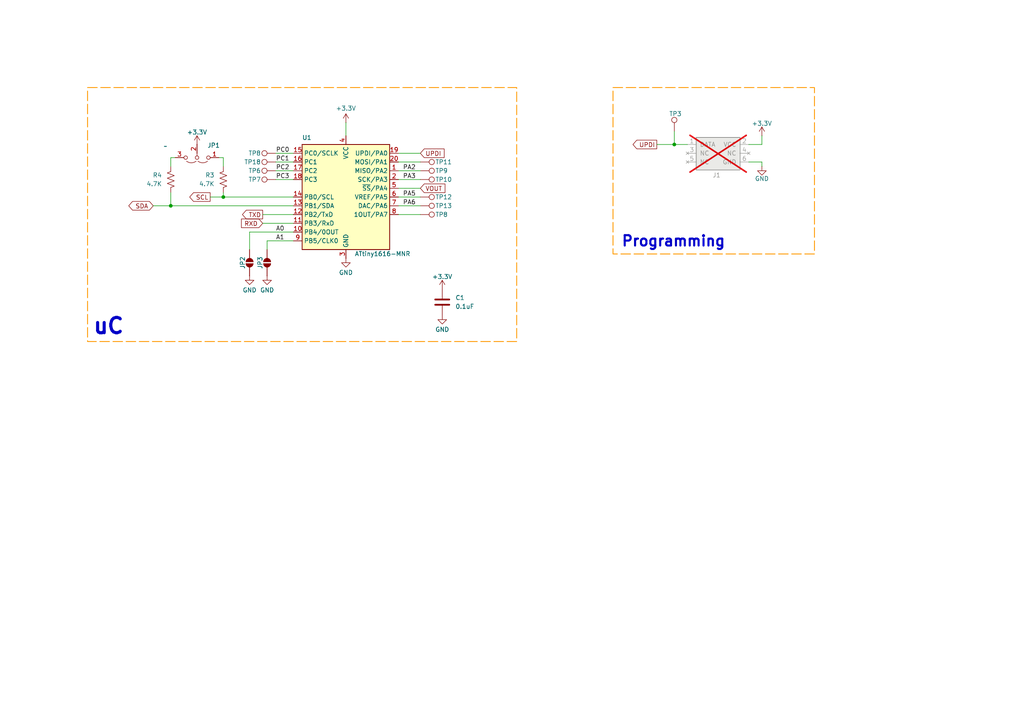
<source format=kicad_sch>
(kicad_sch (version 20250114) (generator "eeschema") (generator_version "9.0")
  (paper "A4")
  (title_block (title "Current Sensor") (date "<<release-date>>") (rev "<<tag>>") (comment 1 "<<hash>>"))
  (lib_symbols
    (symbol "CRG Makes:ATtiny1616-MNR"
      (property "Reference" "U" (at -12.7 21.59 0))
      (property "Value" "ATtiny1616-MNR" (at 2.54 -10.668 0))
      (symbol "ATtiny1616-MNR_0_1"
        (rectangle (start -12.7 20.32) (end 12.7 -10.16) (stroke (width 0.254)) (fill (type background)))
      )
      (symbol "ATtiny1616-MNR_1_1"
        (pin bidirectional line (at -15.24 17.78 0) (length 2.54) (name "PC0/SCLK") (number "15"))
        (pin bidirectional line (at -15.24 15.24 0) (length 2.54) (name "PC1") (number "16"))
        (pin bidirectional line (at -15.24 12.7 0) (length 2.54) (name "PC2") (number "17"))
        (pin bidirectional line (at -15.24 10.16 0) (length 2.54) (name "PC3") (number "18"))
        (pin bidirectional line (at -15.24 5.08 0) (length 2.54) (name "PB0/SCL") (number "14"))
        (pin bidirectional line (at -15.24 2.54 0) (length 2.54) (name "PB1/SDA") (number "13"))
        (pin bidirectional line (at -15.24 0 0) (length 2.54) (name "PB2/TxD") (number "12"))
        (pin bidirectional line (at -15.24 -2.54 0) (length 2.54) (name "PB3/RxD") (number "11"))
        (pin bidirectional line (at -15.24 -5.08 0) (length 2.54) (name "PB4/0OUT") (number "10"))
        (pin bidirectional line (at -15.24 -7.62 0) (length 2.54) (name "PB5/CLK0") (number "9"))
        (pin power_in line (at 0 22.86 270) (length 2.54) (name "VCC") (number "4"))
        (pin passive line (at 0 -12.7 90) (length 2.54) (hide yes) (name "GND") (number "21"))
        (pin power_in line (at 0 -12.7 90) (length 2.54) (name "GND") (number "3"))
        (pin bidirectional line (at 15.24 17.78 180) (length 2.54) (name "UPDI/PA0") (number "19"))
        (pin bidirectional line (at 15.24 15.24 180) (length 2.54) (name "MOSI/PA1") (number "20"))
        (pin bidirectional line (at 15.24 12.7 180) (length 2.54) (name "MISO/PA2") (number "1"))
        (pin bidirectional line (at 15.24 10.16 180) (length 2.54) (name "SCK/PA3") (number "2"))
        (pin bidirectional line (at 15.24 7.62 180) (length 2.54) (name "~{SS}/PA4") (number "5"))
        (pin bidirectional line (at 15.24 5.08 180) (length 2.54) (name "VREF/PA5") (number "6"))
        (pin bidirectional line (at 15.24 2.54 180) (length 2.54) (name "DAC/PA6") (number "7"))
        (pin bidirectional line (at 15.24 0 180) (length 2.54) (name "1OUT/PA7") (number "8"))
      )
    )
    (symbol "CRGM Connector:AVR-UPDI-6" (pin_names (offset 1.016))
      (property "Reference" "J" (at -6.096 6.858 0))
      (property "Value" "AVR-UPDI-6" (at -6.096 -5.08 0))
      (symbol "AVR-UPDI-6_0_1"
        (rectangle (start -6.35 5.842) (end 6.35 -3.556) (stroke (width 0.254)) (fill (type background)))
      )
      (symbol "AVR-UPDI-6_1_1"
        (pin passive line (at -8.89 3.81 0) (length 2.54) (name "DATA") (number "1"))
        (pin no_connect line (at -8.89 1.27 0) (length 2.54) (name "NC") (number "3"))
        (pin no_connect line (at -8.89 -1.27 0) (length 2.54) (name "NC") (number "5"))
        (pin passive line (at 8.89 3.81 180) (length 2.54) (name "VCC") (number "2"))
        (pin no_connect line (at 8.89 1.27 180) (length 2.54) (name "NC") (number "4"))
        (pin passive line (at 8.89 -1.27 180) (length 2.54) (name "GND") (number "6"))
      )
    )
    (symbol "CRGM Connector:TestPoint" (pin_numbers (hide yes)) (pin_names (offset 0.762) (hide yes))
      (property "Reference" "TP" (at 0 5.08 0))
      (symbol "TestPoint_0_1"
        (circle (center 0 3.302) (radius 0.762))
      )
      (symbol "TestPoint_1_1"
        (pin passive line (at 0 0 90) (length 2.54) (name "1") (number "1"))
      )
    )
    (symbol "Device:C" (pin_numbers (hide yes)) (pin_names (offset 0.254))
      (property "Reference" "C" (at 0.635 2.54 0))
      (property "Value" "C" (at 0.635 -2.54 0))
      (symbol "C_0_1"
        (polyline (pts (xy -2.032 0.762) (xy 2.032 0.762)) (stroke (width 0.508)))
        (polyline (pts (xy -2.032 -0.762) (xy 2.032 -0.762)) (stroke (width 0.508)))
      )
      (symbol "C_1_1"
        (pin passive line (at 0 3.81 270) (length 2.794) (name "~") (number "1"))
        (pin passive line (at 0 -3.81 90) (length 2.794) (name "~") (number "2"))
      )
    )
    (symbol "Device:R_US" (pin_numbers (hide yes)) (pin_names (offset 0))
      (property "Reference" "R" (at 2.54 0 90))
      (property "Value" "R_US" (at -2.54 0 90))
      (symbol "R_US_0_1"
        (polyline (pts (xy 0 2.286) (xy 0 2.54)))
        (polyline (pts (xy 0 2.286) (xy 1.016 1.905) (xy 0 1.524) (xy -1.016 1.143) (xy 0 0.762)))
        (polyline (pts (xy 0 0.762) (xy 1.016 0.381) (xy 0 0) (xy -1.016 -0.381) (xy 0 -0.762)))
        (polyline (pts (xy 0 -0.762) (xy 1.016 -1.143) (xy 0 -1.524) (xy -1.016 -1.905) (xy 0 -2.286)))
        (polyline (pts (xy 0 -2.286) (xy 0 -2.54)))
      )
      (symbol "R_US_1_1"
        (pin passive line (at 0 3.81 270) (length 1.27) (name "~") (number "1"))
        (pin passive line (at 0 -3.81 90) (length 1.27) (name "~") (number "2"))
      )
    )
    (symbol "Jumper:Jumper_3_Open" (pin_names (offset 0) (hide yes)) (exclude_from_sim yes) (in_bom no)
      (property "Reference" "JP" (at -2.54 -2.54 0))
      (property "Value" "Jumper_3_Open" (at 0 2.794 0))
      (symbol "Jumper_3_Open_0_0"
        (circle (center -3.302 0) (radius 0.508))
        (circle (center 0 0) (radius 0.508))
        (circle (center 3.302 0) (radius 0.508))
      )
      (symbol "Jumper_3_Open_0_1"
        (arc (start -3.048 1.016) (mid -1.651 1.4992) (end -0.254 1.016))
        (polyline (pts (xy 0 -0.508) (xy 0 -1.27)))
        (arc (start 0.254 1.016) (mid 1.651 1.4992) (end 3.048 1.016))
      )
      (symbol "Jumper_3_Open_1_1"
        (pin passive line (at -6.35 0 0) (length 2.54) (name "A") (number "1"))
        (pin passive line (at 0 -3.81 90) (length 2.54) (name "C") (number "2"))
        (pin passive line (at 6.35 0 180) (length 2.54) (name "B") (number "3"))
      )
    )
    (symbol "Jumper:SolderJumper_2_Open" (pin_numbers (hide yes)) (pin_names (offset 0) (hide yes)) (in_bom no)
      (property "Reference" "JP" (at 0 2.032 0))
      (property "Value" "SolderJumper_2_Open" (at 0 -2.54 0))
      (symbol "SolderJumper_2_Open_0_1"
        (polyline (pts (xy -0.254 1.016) (xy -0.254 -1.016)))
        (arc (start -0.254 -1.016) (mid -1.2656 0) (end -0.254 1.016))
        (arc (start -0.254 -1.016) (mid -1.2656 0) (end -0.254 1.016) (fill (type outline)))
        (arc (start 0.254 1.016) (mid 1.2656 0) (end 0.254 -1.016))
        (arc (start 0.254 1.016) (mid 1.2656 0) (end 0.254 -1.016) (fill (type outline)))
        (polyline (pts (xy 0.254 1.016) (xy 0.254 -1.016)))
      )
      (symbol "SolderJumper_2_Open_1_1"
        (pin passive line (at -3.81 0 0) (length 2.54) (name "A") (number "1"))
        (pin passive line (at 3.81 0 180) (length 2.54) (name "B") (number "2"))
      )
    )
    (symbol "power:+3.3V" (power) (pin_numbers (hide yes)) (pin_names (offset 0) (hide yes))
      (property "Value" "+3.3V" (at 0 3.556 0))
      (symbol "+3.3V_0_1"
        (polyline (pts (xy -0.762 1.27) (xy 0 2.54)))
        (polyline (pts (xy 0 2.54) (xy 0.762 1.27)))
        (polyline (pts (xy 0 0) (xy 0 2.54)))
      )
      (symbol "+3.3V_1_1"
        (pin power_in line (at 0 0 90) (length 0) (name "~") (number "1"))
      )
    )
    (symbol "power:GND" (power) (pin_numbers (hide yes)) (pin_names (offset 0) (hide yes))
      (property "Value" "GND" (at 0 -3.81 0))
      (symbol "GND_0_1"
        (polyline (pts (xy 0 0) (xy 0 -1.27) (xy 1.27 -1.27) (xy 0 -2.54) (xy -1.27 -1.27) (xy 0 -1.27)))
      )
      (symbol "GND_1_1"
        (pin power_in line (at 0 0 270) (length 0) (name "~") (number "1"))
      )
    )
  )
  (rectangle (start 177.8 25.4) (end 236.22 73.66) (stroke (width 0.254) (type dash) (color 255 153 0 1)))
  (rectangle (start 25.4 25.4) (end 149.86 99.06) (stroke (width 0.254) (type dash) (color 255 153 0 1)))
  (text "Programming" (at 180.086 70.104 0) (effects (font (size 3 3) (thickness 0.6) (bold yes)) (justify left)))
  (text "uC" (at 26.67 94.742 0) (effects (font (size 4.445 4.445) (thickness 0.889) (bold yes)) (justify left)))
  (junction (at 49.53 59.69))
  (junction (at 64.77 57.15))
  (junction (at 195.58 41.91))
  (wire (pts (xy 115.57 46.99) (xy 121.92 46.99)))
  (wire (pts (xy 217.17 41.91) (xy 220.98 41.91)))
  (wire (pts (xy 115.57 62.23) (xy 121.92 62.23)))
  (wire (pts (xy 64.77 45.72) (xy 64.77 48.26)))
  (wire (pts (xy 121.92 57.15) (xy 115.57 57.15)))
  (wire (pts (xy 77.47 69.85) (xy 77.47 72.39)))
  (wire (pts (xy 220.98 46.99) (xy 220.98 48.26)))
  (wire (pts (xy 77.47 69.85) (xy 85.09 69.85)))
  (wire (pts (xy 49.53 55.88) (xy 49.53 59.69)))
  (wire (pts (xy 195.58 41.91) (xy 199.39 41.91)))
  (wire (pts (xy 121.92 52.07) (xy 115.57 52.07)))
  (wire (pts (xy 60.96 57.15) (xy 64.77 57.15)))
  (wire (pts (xy 190.5 41.91) (xy 195.58 41.91)))
  (wire (pts (xy 72.39 67.31) (xy 72.39 72.39)))
  (wire (pts (xy 72.39 67.31) (xy 85.09 67.31)))
  (wire (pts (xy 121.92 59.69) (xy 115.57 59.69)))
  (wire (pts (xy 44.45 59.69) (xy 49.53 59.69)))
  (wire (pts (xy 195.58 38.1) (xy 195.58 41.91)))
  (wire (pts (xy 220.98 39.37) (xy 220.98 41.91)))
  (wire (pts (xy 64.77 57.15) (xy 85.09 57.15)))
  (wire (pts (xy 63.5 45.72) (xy 64.77 45.72)))
  (wire (pts (xy 217.17 46.99) (xy 220.98 46.99)))
  (wire (pts (xy 50.8 45.72) (xy 49.53 45.72)))
  (wire (pts (xy 49.53 59.69) (xy 85.09 59.69)))
  (wire (pts (xy 80.01 44.45) (xy 85.09 44.45)))
  (wire (pts (xy 115.57 54.61) (xy 121.92 54.61)))
  (wire (pts (xy 49.53 45.72) (xy 49.53 48.26)))
  (wire (pts (xy 64.77 57.15) (xy 64.77 55.88)))
  (wire (pts (xy 80.01 49.53) (xy 85.09 49.53)))
  (wire (pts (xy 100.33 35.56) (xy 100.33 39.37)))
  (wire (pts (xy 76.2 62.23) (xy 85.09 62.23)))
  (wire (pts (xy 121.92 49.53) (xy 115.57 49.53)))
  (wire (pts (xy 80.01 46.99) (xy 85.09 46.99)))
  (wire (pts (xy 115.57 44.45) (xy 121.92 44.45)))
  (wire (pts (xy 80.01 52.07) (xy 85.09 52.07)))
  (wire (pts (xy 76.2 64.77) (xy 85.09 64.77)))
  (label "PC0" (at 80.01 44.45 0))
  (label "PC2" (at 80.01 49.53 0))
  (label "PC1" (at 80.01 46.99 0))
  (label "PA2" (at 116.84 49.53 0))
  (label "PC3" (at 80.01 52.07 0))
  (label "A1" (at 80.01 69.85 0))
  (label "PA6" (at 116.84 59.69 0))
  (label "A0" (at 80.01 67.31 0))
  (label "PA3" (at 116.84 52.07 0))
  (label "PA5" (at 116.84 57.15 0))
  (global_label "TXD" (shape output) (at 76.2 62.23 180) (property "Intersheetrefs" "${INTERSHEET_REFS}" (at 69.7677 62.23 0) (effects (justify right))))
  (global_label "UPDI" (shape output) (at 190.5 41.91 180) (property "Intersheetrefs" "${INTERSHEET_REFS}" (at 183.0395 41.91 0) (effects (justify right))))
  (global_label "UPDI" (shape input) (at 121.92 44.45 0) (property "Intersheetrefs" "${INTERSHEET_REFS}" (at 129.3805 44.45 0) (effects (justify left))))
  (global_label "VOUT" (shape input) (at 121.92 54.61 0) (property "Intersheetrefs" "${INTERSHEET_REFS}" (at 129.6224 54.61 0) (effects (justify left))))
  (global_label "SCL" (shape output) (at 60.96 57.15 180) (property "Intersheetrefs" "${INTERSHEET_REFS}" (at 54.4672 57.15 0) (effects (justify right))))
  (global_label "RXD" (shape input) (at 76.2 64.77 180) (property "Intersheetrefs" "${INTERSHEET_REFS}" (at 69.4653 64.77 0) (effects (justify right))))
  (global_label "SDA" (shape bidirectional) (at 44.45 59.69 180) (property "Intersheetrefs" "${INTERSHEET_REFS}" (at 36.7854 59.69 0) (effects (justify right))))
  (symbol (lib_id "Jumper:SolderJumper_2_Open") (at 72.39 76.2 90) (unit 1) (in_bom no)
    (property "Reference" "JP3" (at 70.358 76.2 0))
    (property "Footprint" "CRGM Connector:SolderJumper-2_P1.3mm_Open_RoundedPad1.0x1.5mm" (effects (hide yes)))
    (property "Description" "Solder Jumper, 2-pole, open" (effects (hide yes)))
    (instances (project "relay-module" (path "" (reference "JP2") (unit 1))) (project "" (path "" (reference "JP3") (unit 1))))
  )
  (symbol (lib_id "CRGM Connector:TestPoint") (at 80.01 52.07 90) (unit 1) (in_bom no)
    (property "Reference" "TP12" (at 75.692 52.07 90) (effects (justify left)))
    (property "Footprint" "CRGM Mechanical:TestPoint_Pad_D1.0mm" (effects (hide yes)))
    (property "Description" "Test Point D1.0mm" (effects (hide yes)))
    (instances (project "relay-module" (path "" (reference "TP7") (unit 1))) (project "" (path "" (reference "TP12") (unit 1))))
  )
  (symbol (lib_id "CRGM Connector:TestPoint") (at 121.92 57.15 270) (unit 1) (in_bom no)
    (property "Reference" "TP15" (at 126.238 57.15 90) (effects (justify left)))
    (property "Footprint" "CRGM Mechanical:TestPoint_Pad_D1.0mm" (effects (hide yes)))
    (property "Description" "Test Point D1.0mm" (effects (hide yes)))
    (instances (project "relay-module" (path "" (reference "TP12") (unit 1))) (project "" (path "" (reference "TP15") (unit 1))))
  )
  (symbol (lib_id "CRGM Connector:TestPoint") (at 80.01 44.45 90) (unit 1) (in_bom no)
    (property "Reference" "TP8" (at 75.692 44.45 90) (effects (justify left)))
    (property "Footprint" "CRGM Mechanical:TestPoint_Pad_D1.0mm" (effects (hide yes)))
    (property "Description" "Test Point D1.0mm" (effects (hide yes)))
  )
  (symbol (lib_id "CRGM Connector:TestPoint") (at 80.01 49.53 90) (unit 1) (in_bom no)
    (property "Reference" "TP10" (at 75.692 49.53 90) (effects (justify left)))
    (property "Footprint" "CRGM Mechanical:TestPoint_Pad_D1.0mm" (effects (hide yes)))
    (property "Description" "Test Point D1.0mm" (effects (hide yes)))
    (instances (project "relay-module" (path "" (reference "TP6") (unit 1))) (project "" (path "" (reference "TP10") (unit 1))))
  )
  (symbol (lib_id "CRGM Connector:AVR-UPDI-6") (at 208.28 45.72 0) (unit 1) (in_bom no) (dnp yes)
    (property "Reference" "J4" (at 209.042 50.8 0) (effects (justify right)))
    (property "Value" "AVR-UPDI-6" (effects (hide yes)))
    (property "Footprint" "CRGM Connector:PinHeader_2x03_P2.54mm_Vertical_SMD" (effects (hide yes)))
    (property "Datasheet" "https://www.microchip.com/webdoc/GUID-9D10622A-5C16-4405-B092-1BDD437B4976/index.html?GUID-9B349315-2842-4189-B88C-49F4E1055D7F" (effects (hide yes)))
    (property "Description" "Atmel 6-pin UPDI connector" (effects (hide yes)))
    (instances (project "relay-module" (path "" (reference "J1") (unit 1))) (project "" (path "" (reference "J4") (unit 1))))
  )
  (symbol (lib_id "power:GND") (at 128.27 91.44 0) (unit 1)
    (property "Reference" "#PWR0103" (effects (hide yes)))
    (property "Value" "GND" (at 128.27 95.5731 0))
    (property "Description" "Power symbol creates a global label with name \"GND\" , ground" (effects (hide yes)))
    (instances (project "relay-module" (path "" (reference "#PWR013") (unit 1))) (project "" (path "" (reference "#PWR0103") (unit 1))))
  )
  (symbol (lib_id "Device:C") (at 128.27 87.63 0) (unit 1)
    (property "Reference" "C12" (at 132.08 86.3599 0) (effects (justify left)))
    (property "Value" "0.1uF" (at 132.08 88.8999 0) (effects (justify left)))
    (property "Footprint" "CRGM Passive:C_0603_1608Metric" (effects (hide yes)))
    (property "Description" "Unpolarized capacitor" (effects (hide yes)))
    (property "MN" "Samsung" (effects (hide yes)))
    (property "MPN" "CL10B104KO8NNNC" (effects (hide yes)))
    (property "LCSC" "C66501" (effects (hide yes)))
    (property "Digikey" "1276-1005-2-ND" (effects (hide yes)))
    (property "Mouser" "187-CL10B104KO8NNNC" (effects (hide yes)))
    (property "Tolerance" "10%" (effects (hide yes)))
    (property "Vr" "16V" (effects (hide yes)))
    (instances (project "relay-module" (path "" (reference "C1") (unit 1))) (project "" (path "" (reference "C12") (unit 1))))
  )
  (symbol (lib_id "power:+3.3V") (at 100.33 35.56 0) (unit 1)
    (property "Reference" "#PWR0105" (effects (hide yes)))
    (property "Value" "+3.3V" (at 100.33 31.4269 0))
    (property "Description" "Power symbol creates a global label with name \"+3.3V\"" (effects (hide yes)))
    (instances (project "relay-module" (path "" (reference "#PWR04") (unit 1))) (project "" (path "" (reference "#PWR0105") (unit 1))))
  )
  (symbol (lib_id "CRGM Connector:TestPoint") (at 195.58 38.1 0) (unit 1) (in_bom no)
    (property "Reference" "TP7" (at 194.056 33.02 0) (effects (justify left)))
    (property "Footprint" "CRGM Mechanical:TestPoint_Pad_D1.0mm" (effects (hide yes)))
    (property "Description" "Test Point D1.0mm" (effects (hide yes)))
    (instances (project "relay-module" (path "" (reference "TP3") (unit 1))) (project "" (path "" (reference "TP7") (unit 1))))
  )
  (symbol (lib_id "Device:R_US") (at 64.77 52.07 0) (mirror x) (unit 1)
    (property "Reference" "R14" (at 62.23 50.7999 0) (effects (justify right)))
    (property "Value" "4.7K" (at 62.23 53.3399 0) (effects (justify right)))
    (property "Footprint" "CRGM Passive:R_0603_1608Metric" (effects (hide yes)))
    (property "Description" "Resistor, US symbol" (effects (hide yes)))
    (property "MPN" "FRC0603J472 TS" (effects (hide yes)))
    (property "LCSC" "C2907166" (effects (hide yes)))
    (property "MN" "FOJAN " (effects (hide yes)))
    (property "Digikey" "541-3993-2-ND" (effects (hide yes)))
    (property "Mouser" "71-CRCW06034K70JNEAC" (effects (hide yes)))
    (property "Tolerance" "5%" (effects (hide yes)))
    (instances (project "relay-module" (path "" (reference "R3") (unit 1))) (project "" (path "" (reference "R14") (unit 1))))
  )
  (symbol (lib_id "Jumper:Jumper_3_Open") (at 57.15 45.72 180) (unit 1) (in_bom no)
    (property "Reference" "JP2" (at 61.976 42.164 0))
    (property "Value" "~" (at 48.006 42.418 0))
    (property "Footprint" "CRGM Connector:SolderJumper-3_P1.3mm_Open_RoundedPad1.0x1.5mm" (effects (hide yes)))
    (property "Description" "Jumper, 3-pole, both open" (effects (hide yes)))
    (instances (project "relay-module" (path "" (reference "JP1") (unit 1))) (project "" (path "" (reference "JP2") (unit 1))))
  )
  (symbol (lib_id "power:+3.3V") (at 57.15 41.91 0) (mirror y) (unit 1)
    (property "Reference" "#PWR0107" (effects (hide yes)))
    (property "Value" "+3.3V" (at 57.15 38.354 0))
    (property "Description" "Power symbol creates a global label with name \"+3.3V\"" (effects (hide yes)))
    (instances (project "relay-module" (path "" (reference "#PWR06") (unit 1))) (project "" (path "" (reference "#PWR0107") (unit 1))))
  )
  (symbol (lib_id "power:GND") (at 72.39 80.01 0) (unit 1)
    (property "Reference" "#PWR0101" (effects (hide yes)))
    (property "Value" "GND" (at 72.39 84.1431 0))
    (property "Description" "Power symbol creates a global label with name \"GND\" , ground" (effects (hide yes)))
    (instances (project "relay-module" (path "" (reference "#PWR031") (unit 1))) (project "" (path "" (reference "#PWR0101") (unit 1))))
  )
  (symbol (lib_id "CRGM Connector:TestPoint") (at 121.92 62.23 270) (unit 1) (in_bom no)
    (property "Reference" "TP9" (at 126.238 62.23 90) (effects (justify left)))
    (property "Footprint" "CRGM Mechanical:TestPoint_Pad_D1.0mm" (effects (hide yes)))
    (property "Description" "Test Point D1.0mm" (effects (hide yes)))
    (instances (project "relay-module" (path "" (reference "TP8") (unit 1))) (project "" (path "" (reference "TP9") (unit 1))))
  )
  (symbol (lib_id "power:+3.3V") (at 128.27 83.82 0) (unit 1)
    (property "Reference" "#PWR0102" (effects (hide yes)))
    (property "Value" "+3.3V" (at 128.27 80.264 0))
    (property "Description" "Power symbol creates a global label with name \"+3.3V\"" (effects (hide yes)))
    (instances (project "relay-module" (path "" (reference "#PWR012") (unit 1))) (project "" (path "" (reference "#PWR0102") (unit 1))))
  )
  (symbol (lib_id "Device:R_US") (at 49.53 52.07 0) (mirror x) (unit 1)
    (property "Reference" "R13" (at 46.99 50.7999 0) (effects (justify right)))
    (property "Value" "4.7K" (at 46.99 53.3399 0) (effects (justify right)))
    (property "Footprint" "CRGM Passive:R_0603_1608Metric" (effects (hide yes)))
    (property "Description" "Resistor, US symbol" (effects (hide yes)))
    (property "MN" "FOJAN " (effects (hide yes)))
    (property "MPN" "FRC0603J472 TS" (effects (hide yes)))
    (property "Mouser" "71-CRCW06034K70JNEAC" (effects (hide yes)))
    (property "Digikey" "541-3993-2-ND" (effects (hide yes)))
    (property "LCSC" "C2907166" (effects (hide yes)))
    (property "Tolerance" "5%" (effects (hide yes)))
    (instances (project "relay-module" (path "" (reference "R4") (unit 1))) (project "" (path "" (reference "R13") (unit 1))))
  )
  (symbol (lib_id "power:GND") (at 100.33 74.93 0) (unit 1)
    (property "Reference" "#PWR0104" (effects (hide yes)))
    (property "Value" "GND" (at 100.33 79.0631 0))
    (property "Description" "Power symbol creates a global label with name \"GND\" , ground" (effects (hide yes)))
    (instances (project "relay-module" (path "" (reference "#PWR05") (unit 1))) (project "" (path "" (reference "#PWR0104") (unit 1))))
  )
  (symbol (lib_id "CRGM Connector:TestPoint") (at 121.92 49.53 270) (unit 1) (in_bom no)
    (property "Reference" "TP11" (at 126.238 49.53 90) (effects (justify left)))
    (property "Footprint" "CRGM Mechanical:TestPoint_Pad_D1.0mm" (effects (hide yes)))
    (property "Description" "Test Point D1.0mm" (effects (hide yes)))
    (instances (project "relay-module" (path "" (reference "TP9") (unit 1))) (project "" (path "" (reference "TP11") (unit 1))))
  )
  (symbol (lib_id "CRGM Connector:TestPoint") (at 121.92 46.99 270) (unit 1) (in_bom no)
    (property "Reference" "TP14" (at 126.238 46.99 90) (effects (justify left)))
    (property "Footprint" "CRGM Mechanical:TestPoint_Pad_D1.0mm" (effects (hide yes)))
    (property "Description" "Test Point D1.0mm" (effects (hide yes)))
    (instances (project "relay-module" (path "" (reference "TP11") (unit 1))) (project "" (path "" (reference "TP14") (unit 1))))
  )
  (symbol (lib_id "power:GND") (at 77.47 80.01 0) (unit 1)
    (property "Reference" "#PWR0106" (effects (hide yes)))
    (property "Value" "GND" (at 77.47 84.1431 0))
    (property "Description" "Power symbol creates a global label with name \"GND\" , ground" (effects (hide yes)))
    (instances (project "relay-module" (path "" (reference "#PWR030") (unit 1))) (project "" (path "" (reference "#PWR0106") (unit 1))))
  )
  (symbol (lib_id "power:GND") (at 220.98 48.26 0) (unit 1)
    (property "Reference" "#PWR0108" (effects (hide yes)))
    (property "Value" "GND" (at 220.98 51.816 0))
    (property "Description" "Power symbol creates a global label with name \"GND\" , ground" (effects (hide yes)))
    (instances (project "relay-module" (path "" (reference "#PWR011") (unit 1))) (project "" (path "" (reference "#PWR0108") (unit 1))))
  )
  (symbol (lib_id "CRGM Connector:TestPoint") (at 80.01 46.99 90) (unit 1) (in_bom no)
    (property "Reference" "TP18" (at 75.692 46.99 90) (effects (justify left)))
    (property "Footprint" "CRGM Mechanical:TestPoint_Pad_D1.0mm" (effects (hide yes)))
    (property "Description" "Test Point D1.0mm" (effects (hide yes)))
  )
  (symbol (lib_id "CRGM Connector:TestPoint") (at 121.92 52.07 270) (unit 1) (in_bom no)
    (property "Reference" "TP13" (at 126.238 52.07 90) (effects (justify left)))
    (property "Footprint" "CRGM Mechanical:TestPoint_Pad_D1.0mm" (effects (hide yes)))
    (property "Description" "Test Point D1.0mm" (effects (hide yes)))
    (instances (project "relay-module" (path "" (reference "TP10") (unit 1))) (project "" (path "" (reference "TP13") (unit 1))))
  )
  (symbol (lib_id "CRGM Connector:TestPoint") (at 121.92 59.69 270) (unit 1) (in_bom no)
    (property "Reference" "TP16" (at 126.238 59.69 90) (effects (justify left)))
    (property "Footprint" "CRGM Mechanical:TestPoint_Pad_D1.0mm" (effects (hide yes)))
    (property "Description" "Test Point D1.0mm" (effects (hide yes)))
    (instances (project "relay-module" (path "" (reference "TP13") (unit 1))) (project "" (path "" (reference "TP16") (unit 1))))
  )
  (symbol (lib_id "CRG Makes:ATtiny1616-MNR") (at 100.33 62.23 0) (unit 1)
    (property "Reference" "U4" (at 87.63 40.64 0) (effects (justify left bottom)))
    (property "Value" "ATtiny1616-MNR" (at 102.87 72.898 0) (effects (justify left top)))
    (property "Footprint" "CRG Makes:VQFN-20-1EP_3x3mm_P0.4mm_EP1.7x1.7mm_ThermalVias" (effects (hide yes)))
    (property "Datasheet" "http://ww1.microchip.com/downloads/en/DeviceDoc/ATtiny3216_ATtiny1616-data-sheet-40001997B.pdf" (effects (hide yes)))
    (property "Description" "20MHz, 16kB Flash, 2kB SRAM, 256B EEPROM, VQFN-20" (effects (hide yes)))
    (property "MN" "Microchip Tech" (effects (hide yes)))
    (property "MPN" "ATTINY1616-MNR" (effects (hide yes)))
    (property "Mouser" "556-ATTINY1616MNR" (effects (hide yes)))
    (property "Digikey" "ATTINY1616-MNRTR-ND" (effects (hide yes)))
    (property "LCSC" "C507118" (effects (hide yes)))
    (instances (project "relay-module" (path "" (reference "U1") (unit 1))) (project "" (path "" (reference "U4") (unit 1))))
  )
  (symbol (lib_id "Jumper:SolderJumper_2_Open") (at 77.47 76.2 90) (unit 1) (in_bom no)
    (property "Reference" "JP4" (at 75.438 76.2 0))
    (property "Footprint" "CRGM Connector:SolderJumper-2_P1.3mm_Open_RoundedPad1.0x1.5mm" (effects (hide yes)))
    (property "Description" "Solder Jumper, 2-pole, open" (effects (hide yes)))
    (instances (project "relay-module" (path "" (reference "JP3") (unit 1))) (project "" (path "" (reference "JP4") (unit 1))))
  )
  (symbol (lib_id "power:+3.3V") (at 220.98 39.37 0) (unit 1)
    (property "Reference" "#PWR0109" (effects (hide yes)))
    (property "Value" "+3.3V" (at 220.98 35.814 0))
    (property "Description" "Power symbol creates a global label with name \"+3.3V\"" (effects (hide yes)))
    (instances (project "relay-module" (path "" (reference "#PWR07") (unit 1))) (project "" (path "" (reference "#PWR0109") (unit 1))))
  )
)
</source>
